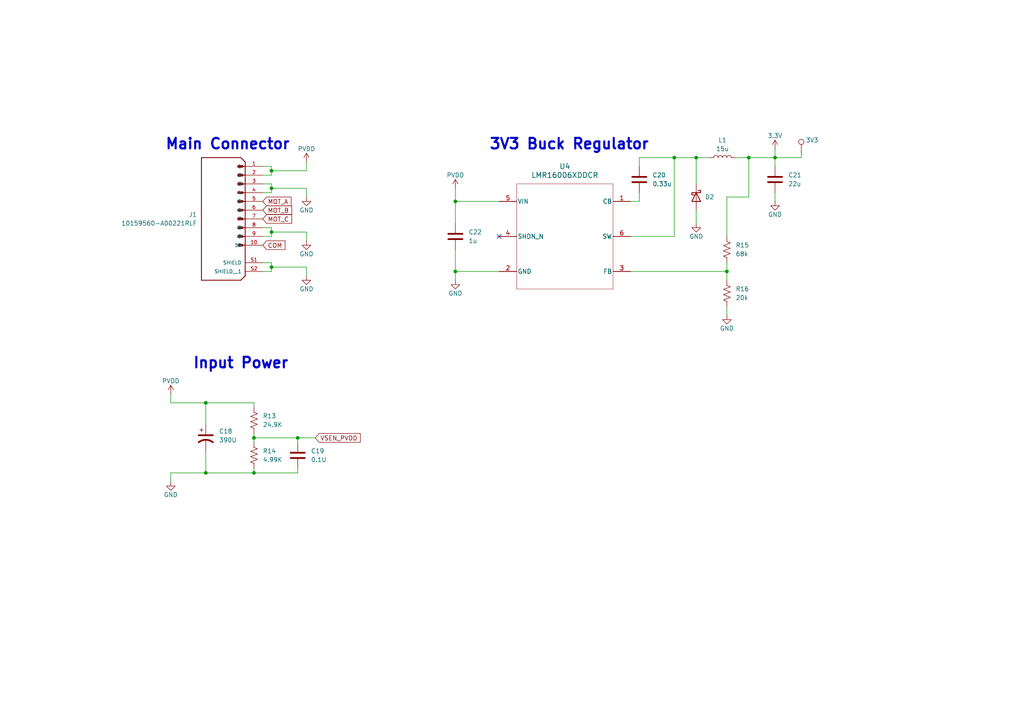
<source format=kicad_sch>
(kicad_sch (version 20231120) (generator "eeschema") (generator_version "8.0")
  (paper "A4")
  (title_block (title "Easy ESC") (date "2024-08-06") (rev "1.0") (company "Buckley Boards "))
  (lib_symbols
    (symbol "Connector:TestPoint" (pin_numbers hide) (pin_names (offset 0.762) hide)
      (property "Reference" "TP" (at 0 6.858 0))
      (property "Value" "TestPoint" (at 0 5.08 0))
      (symbol "TestPoint_0_1"
        (circle (center 0 3.302) (radius 0.762))
      )
      (symbol "TestPoint_1_1"
        (pin passive line (at 0 0 90) (length 2.54) (name "1") (number "1"))
      )
    )
    (symbol "Connectors:10159560-A00221RLF" (pin_names (offset 1.016))
      (property "Reference" "J" (at 0 16.51 0))
      (property "Value" "10159560-A00221RLF" (at 0 -22.86 0))
      (symbol "10159560-A00221RLF_0_0"
        (polyline (pts (xy 0 -19.05) (xy 1.27 -20.32)) (stroke (width 0.254)))
        (polyline (pts (xy 0 -10.16) (xy 1.905 -10.16)) (stroke (width 0.254)))
        (polyline (pts (xy 0 -7.62) (xy 1.905 -7.62)) (stroke (width 0.254)))
        (polyline (pts (xy 0 -5.08) (xy 1.905 -5.08)) (stroke (width 0.254)))
        (polyline (pts (xy 0 -2.54) (xy 1.905 -2.54)) (stroke (width 0.254)))
        (polyline (pts (xy 0 0) (xy 1.905 0)) (stroke (width 0.254)))
        (polyline (pts (xy 0 2.54) (xy 1.905 2.54)) (stroke (width 0.254)))
        (polyline (pts (xy 0 5.08) (xy 1.905 5.08)) (stroke (width 0.254)))
        (polyline (pts (xy 0 7.62) (xy 1.905 7.62)) (stroke (width 0.254)))
        (polyline (pts (xy 0 10.16) (xy 1.905 10.16)) (stroke (width 0.254)))
        (polyline (pts (xy 0 12.7) (xy 0 -19.05)) (stroke (width 0.254)))
        (polyline (pts (xy 0 12.7) (xy 1.905 12.7)) (stroke (width 0.254)))
        (polyline (pts (xy 0 13.97) (xy 0 12.7)) (stroke (width 0.254)))
        (polyline (pts (xy 0 13.97) (xy 1.27 15.24)) (stroke (width 0.254)))
        (polyline (pts (xy 1.27 -20.32) (xy 12.7 -20.32)) (stroke (width 0.254)))
        (polyline (pts (xy 12.7 -20.32) (xy 12.7 15.24)) (stroke (width 0.254)))
        (polyline (pts (xy 12.7 15.24) (xy 1.27 15.24)) (stroke (width 0.254)))
        (rectangle (start 0.635 -10.4775) (end 2.2225 -9.8425) (stroke (width 0.1)) (fill (type outline)))
        (rectangle (start 0.635 -7.9375) (end 2.2225 -7.3025) (stroke (width 0.1)) (fill (type outline)))
        (rectangle (start 0.635 -5.3975) (end 2.2225 -4.7625) (stroke (width 0.1)) (fill (type outline)))
        (rectangle (start 0.635 -2.8575) (end 2.2225 -2.2225) (stroke (width 0.1)) (fill (type outline)))
        (rectangle (start 0.635 -0.3175) (end 2.2225 0.3175) (stroke (width 0.1)) (fill (type outline)))
        (rectangle (start 0.635 2.2225) (end 2.2225 2.8575) (stroke (width 0.1)) (fill (type outline)))
        (rectangle (start 0.635 4.7625) (end 2.2225 5.3975) (stroke (width 0.1)) (fill (type outline)))
        (rectangle (start 0.635 7.3025) (end 2.2225 7.9375) (stroke (width 0.1)) (fill (type outline)))
        (rectangle (start 0.635 9.8425) (end 2.2225 10.4775) (stroke (width 0.1)) (fill (type outline)))
        (rectangle (start 0.635 12.3825) (end 2.2225 13.0175) (stroke (width 0.1)) (fill (type outline)))
        (pin power_in line (at -5.08 12.7 0) (length 5.08) (name "1") (number "1"))
        (pin power_in line (at -5.08 -10.16 0) (length 5.08) (name "10") (number "10"))
        (pin power_in line (at -5.08 10.16 0) (length 5.08) (name "2") (number "2"))
        (pin power_in line (at -5.08 7.62 0) (length 5.08) (name "3") (number "3"))
        (pin power_in line (at -5.08 5.08 0) (length 5.08) (name "4") (number "4"))
        (pin power_in line (at -5.08 2.54 0) (length 5.08) (name "5") (number "5"))
        (pin power_in line (at -5.08 0 0) (length 5.08) (name "6") (number "6"))
        (pin power_in line (at -5.08 -2.54 0) (length 5.08) (name "7") (number "7"))
        (pin power_in line (at -5.08 -5.08 0) (length 5.08) (name "8") (number "8"))
        (pin power_in line (at -5.08 -7.62 0) (length 5.08) (name "9") (number "9"))
        (pin passive line (at -5.08 -15.24 0) (length 5.08) (name "SHIELD") (number "S1"))
        (pin passive line (at -5.08 -17.78 0) (length 5.08) (name "SHIELD__1") (number "S2"))
      )
    )
    (symbol "Device:C" (pin_numbers hide) (pin_names (offset 0.254))
      (property "Reference" "C" (at 0.635 2.54 0))
      (property "Value" "C" (at 0.635 -2.54 0))
      (symbol "C_0_1"
        (polyline (pts (xy -2.032 -0.762) (xy 2.032 -0.762)) (stroke (width 0.508)))
        (polyline (pts (xy -2.032 0.762) (xy 2.032 0.762)) (stroke (width 0.508)))
      )
      (symbol "C_1_1"
        (pin passive line (at 0 3.81 270) (length 2.794) (name "~") (number "1"))
        (pin passive line (at 0 -3.81 90) (length 2.794) (name "~") (number "2"))
      )
    )
    (symbol "Device:C_Polarized_US" (pin_numbers hide) (pin_names (offset 0.254) hide)
      (property "Reference" "C" (at 0.635 2.54 0))
      (property "Value" "C_Polarized_US" (at 0.635 -2.54 0))
      (symbol "C_Polarized_US_0_1"
        (polyline (pts (xy -2.032 0.762) (xy 2.032 0.762)) (stroke (width 0.508)))
        (polyline (pts (xy -1.778 2.286) (xy -0.762 2.286)))
        (polyline (pts (xy -1.27 1.778) (xy -1.27 2.794)))
        (arc (start 2.032 -1.27) (mid 0 -0.5572) (end -2.032 -1.27) (stroke (width 0.508)))
      )
      (symbol "C_Polarized_US_1_1"
        (pin passive line (at 0 3.81 270) (length 2.794) (name "~") (number "1"))
        (pin passive line (at 0 -3.81 90) (length 3.302) (name "~") (number "2"))
      )
    )
    (symbol "Device:D_Schottky" (pin_numbers hide) (pin_names (offset 1.016) hide)
      (property "Reference" "D" (at 0 2.54 0))
      (property "Value" "D_Schottky" (at 0 -2.54 0))
      (symbol "D_Schottky_0_1"
        (polyline (pts (xy 1.27 0) (xy -1.27 0)))
        (polyline (pts (xy 1.27 1.27) (xy 1.27 -1.27) (xy -1.27 0) (xy 1.27 1.27)) (stroke (width 0.254)))
        (polyline (pts (xy -1.905 0.635) (xy -1.905 1.27) (xy -1.27 1.27) (xy -1.27 -1.27) (xy -0.635 -1.27) (xy -0.635 -0.635)) (stroke (width 0.254)))
      )
      (symbol "D_Schottky_1_1"
        (pin passive line (at -3.81 0 0) (length 2.54) (name "K") (number "1"))
        (pin passive line (at 3.81 0 180) (length 2.54) (name "A") (number "2"))
      )
    )
    (symbol "Device:L" (pin_numbers hide) (pin_names (offset 1.016) hide)
      (property "Reference" "L" (at -1.27 0 90))
      (property "Value" "L" (at 1.905 0 90))
      (symbol "L_0_1"
        (arc (start 0 -2.54) (mid 0.6323 -1.905) (end 0 -1.27))
        (arc (start 0 -1.27) (mid 0.6323 -0.635) (end 0 0))
        (arc (start 0 0) (mid 0.6323 0.635) (end 0 1.27))
        (arc (start 0 1.27) (mid 0.6323 1.905) (end 0 2.54))
      )
      (symbol "L_1_1"
        (pin passive line (at 0 3.81 270) (length 1.27) (name "1") (number "1"))
        (pin passive line (at 0 -3.81 90) (length 1.27) (name "2") (number "2"))
      )
    )
    (symbol "Device:R_US" (pin_numbers hide) (pin_names (offset 0))
      (property "Reference" "R" (at 2.54 0 90))
      (property "Value" "R_US" (at -2.54 0 90))
      (symbol "R_US_0_1"
        (polyline (pts (xy 0 -2.286) (xy 0 -2.54)))
        (polyline (pts (xy 0 2.286) (xy 0 2.54)))
        (polyline (pts (xy 0 -0.762) (xy 1.016 -1.143) (xy 0 -1.524) (xy -1.016 -1.905) (xy 0 -2.286)))
        (polyline (pts (xy 0 0.762) (xy 1.016 0.381) (xy 0 0) (xy -1.016 -0.381) (xy 0 -0.762)))
        (polyline (pts (xy 0 2.286) (xy 1.016 1.905) (xy 0 1.524) (xy -1.016 1.143) (xy 0 0.762)))
      )
      (symbol "R_US_1_1"
        (pin passive line (at 0 3.81 270) (length 1.27) (name "~") (number "1"))
        (pin passive line (at 0 -3.81 90) (length 1.27) (name "~") (number "2"))
      )
    )
    (symbol "LMR16006XDDCR:LMR16006XDDCR" (pin_names (offset 0.254))
      (property "Reference" "U" (at 0 2.54 0))
      (property "Value" "LMR16006XDDCR" (at 0 0 0))
      (symbol "LMR16006XDDCR_0_1"
        (polyline (pts (xy -12.7 -15.24) (xy 15.24 -15.24)) (stroke (width 0.1016)))
        (polyline (pts (xy -12.7 15.24) (xy -12.7 -15.24)) (stroke (width 0.1016)))
        (polyline (pts (xy 15.24 -15.24) (xy 15.24 15.24)) (stroke (width 0.1016)))
        (polyline (pts (xy 15.24 15.24) (xy -12.7 15.24)) (stroke (width 0.1016)))
        (pin output line (at 20.32 10.16 180) (length 5.08) (name "CB") (number "1"))
        (pin power_in line (at -17.78 -10.16 0) (length 5.08) (name "GND") (number "2"))
        (pin input line (at 20.32 -10.16 180) (length 5.08) (name "FB") (number "3"))
        (pin input line (at -17.78 0 0) (length 5.08) (name "SHDN_N") (number "4"))
        (pin power_in line (at -17.78 10.16 0) (length 5.08) (name "VIN") (number "5"))
        (pin power_in line (at 20.32 0 180) (length 5.08) (name "SW") (number "6"))
      )
    )
    (symbol "power:GND" (power) (pin_numbers hide) (pin_names (offset 0) hide)
      (property "Value" "GND" (at 0 -3.81 0))
      (symbol "GND_0_1"
        (polyline (pts (xy 0 0) (xy 0 -1.27) (xy 1.27 -1.27) (xy 0 -2.54) (xy -1.27 -1.27) (xy 0 -1.27)))
      )
      (symbol "GND_1_1"
        (pin power_in line (at 0 0 270) (length 0) (name "~") (number "1"))
      )
    )
    (symbol "power:VDC" (power) (pin_numbers hide) (pin_names (offset 0) hide)
      (property "Value" "VDC" (at 0 3.556 0))
      (symbol "VDC_0_1"
        (polyline (pts (xy -0.762 1.27) (xy 0 2.54)))
        (polyline (pts (xy 0 0) (xy 0 2.54)))
        (polyline (pts (xy 0 2.54) (xy 0.762 1.27)))
      )
      (symbol "VDC_1_1"
        (pin power_in line (at 0 0 90) (length 0) (name "~") (number "1"))
      )
    )
  )
  (junction (at 217.17 45.72))
  (junction (at 86.36 127))
  (junction (at 73.66 127))
  (junction (at 78.74 67.31))
  (junction (at 132.08 58.42))
  (junction (at 132.08 78.74))
  (junction (at 73.66 137.16))
  (junction (at 78.74 77.47))
  (junction (at 59.69 116.84))
  (junction (at 210.82 78.74))
  (junction (at 78.74 49.53))
  (junction (at 195.58 45.72))
  (junction (at 224.79 45.72))
  (junction (at 78.74 54.61))
  (junction (at 59.69 137.16))
  (junction (at 201.93 45.72))
  (no_connect (at 144.78 68.58))
  (wire (pts (xy 217.17 57.15) (xy 210.82 57.15)))
  (wire (pts (xy 185.42 58.42) (xy 185.42 55.88)))
  (wire (pts (xy 78.74 68.58) (xy 76.2 68.58)))
  (wire (pts (xy 217.17 45.72) (xy 217.17 57.15)))
  (wire (pts (xy 78.74 54.61) (xy 88.9 54.61)))
  (wire (pts (xy 210.82 76.2) (xy 210.82 78.74)))
  (wire (pts (xy 182.88 68.58) (xy 195.58 68.58)))
  (wire (pts (xy 88.9 46.99) (xy 88.9 49.53)))
  (wire (pts (xy 78.74 78.74) (xy 76.2 78.74)))
  (wire (pts (xy 185.42 45.72) (xy 195.58 45.72)))
  (wire (pts (xy 49.53 114.3) (xy 49.53 116.84)))
  (wire (pts (xy 132.08 64.77) (xy 132.08 58.42)))
  (wire (pts (xy 73.66 116.84) (xy 59.69 116.84)))
  (wire (pts (xy 224.79 43.18) (xy 224.79 45.72)))
  (wire (pts (xy 86.36 127) (xy 91.44 127)))
  (wire (pts (xy 132.08 78.74) (xy 144.78 78.74)))
  (wire (pts (xy 76.2 76.2) (xy 78.74 76.2)))
  (wire (pts (xy 76.2 50.8) (xy 78.74 50.8)))
  (wire (pts (xy 76.2 55.88) (xy 78.74 55.88)))
  (wire (pts (xy 201.93 60.96) (xy 201.93 64.77)))
  (wire (pts (xy 132.08 72.39) (xy 132.08 78.74)))
  (wire (pts (xy 76.2 66.04) (xy 78.74 66.04)))
  (wire (pts (xy 182.88 78.74) (xy 210.82 78.74)))
  (wire (pts (xy 73.66 127) (xy 73.66 128.27)))
  (wire (pts (xy 232.41 44.45) (xy 232.41 45.72)))
  (wire (pts (xy 86.36 127) (xy 73.66 127)))
  (wire (pts (xy 224.79 45.72) (xy 217.17 45.72)))
  (wire (pts (xy 232.41 45.72) (xy 224.79 45.72)))
  (wire (pts (xy 78.74 50.8) (xy 78.74 49.53)))
  (wire (pts (xy 201.93 45.72) (xy 201.93 53.34)))
  (wire (pts (xy 185.42 48.26) (xy 185.42 45.72)))
  (wire (pts (xy 210.82 78.74) (xy 210.82 81.28)))
  (wire (pts (xy 195.58 45.72) (xy 201.93 45.72)))
  (wire (pts (xy 59.69 130.81) (xy 59.69 137.16)))
  (wire (pts (xy 78.74 54.61) (xy 78.74 53.34)))
  (wire (pts (xy 86.36 135.89) (xy 86.36 137.16)))
  (wire (pts (xy 78.74 67.31) (xy 88.9 67.31)))
  (wire (pts (xy 78.74 53.34) (xy 76.2 53.34)))
  (wire (pts (xy 78.74 77.47) (xy 78.74 78.74)))
  (wire (pts (xy 78.74 55.88) (xy 78.74 54.61)))
  (wire (pts (xy 78.74 66.04) (xy 78.74 67.31)))
  (wire (pts (xy 78.74 49.53) (xy 88.9 49.53)))
  (wire (pts (xy 201.93 45.72) (xy 205.74 45.72)))
  (wire (pts (xy 88.9 77.47) (xy 88.9 80.01)))
  (wire (pts (xy 73.66 118.11) (xy 73.66 116.84)))
  (wire (pts (xy 78.74 76.2) (xy 78.74 77.47)))
  (wire (pts (xy 224.79 55.88) (xy 224.79 58.42)))
  (wire (pts (xy 132.08 78.74) (xy 132.08 81.28)))
  (wire (pts (xy 195.58 68.58) (xy 195.58 45.72)))
  (wire (pts (xy 73.66 137.16) (xy 59.69 137.16)))
  (wire (pts (xy 78.74 77.47) (xy 88.9 77.47)))
  (wire (pts (xy 49.53 137.16) (xy 49.53 139.7)))
  (wire (pts (xy 88.9 67.31) (xy 88.9 69.85)))
  (wire (pts (xy 88.9 54.61) (xy 88.9 57.15)))
  (wire (pts (xy 73.66 125.73) (xy 73.66 127)))
  (wire (pts (xy 49.53 116.84) (xy 59.69 116.84)))
  (wire (pts (xy 132.08 58.42) (xy 132.08 54.61)))
  (wire (pts (xy 210.82 57.15) (xy 210.82 68.58)))
  (wire (pts (xy 73.66 135.89) (xy 73.66 137.16)))
  (wire (pts (xy 213.36 45.72) (xy 217.17 45.72)))
  (wire (pts (xy 78.74 48.26) (xy 76.2 48.26)))
  (wire (pts (xy 210.82 88.9) (xy 210.82 91.44)))
  (wire (pts (xy 49.53 137.16) (xy 59.69 137.16)))
  (wire (pts (xy 132.08 58.42) (xy 144.78 58.42)))
  (wire (pts (xy 86.36 128.27) (xy 86.36 127)))
  (wire (pts (xy 78.74 49.53) (xy 78.74 48.26)))
  (wire (pts (xy 224.79 48.26) (xy 224.79 45.72)))
  (wire (pts (xy 59.69 116.84) (xy 59.69 123.19)))
  (wire (pts (xy 78.74 67.31) (xy 78.74 68.58)))
  (wire (pts (xy 182.88 58.42) (xy 185.42 58.42)))
  (wire (pts (xy 86.36 137.16) (xy 73.66 137.16)))
  (text "Main Connector" (at 66.04 41.91 0) (effects (font (size 3.048 3.048) (bold yes))))
  (text "Input Power" (at 69.85 105.41 0) (effects (font (size 3.048 3.048) (bold yes))))
  (text "3V3 Buck Regulator" (at 165.1 41.91 0) (effects (font (size 3.048 3.048) (bold yes))))
  (global_label "MOT_A" (shape input) (at 76.2 58.42 0) (property "Intersheetrefs" "${INTERSHEET_REFS}" (effects (hide yes))))
  (global_label "COM" (shape input) (at 76.2 71.12 0) (property "Intersheetrefs" "${INTERSHEET_REFS}" (effects (hide yes))))
  (global_label "MOT_B" (shape input) (at 76.2 60.96 0) (property "Intersheetrefs" "${INTERSHEET_REFS}" (effects (hide yes))))
  (global_label "VSEN_PVDD" (shape input) (at 91.44 127 0) (property "Intersheetrefs" "${INTERSHEET_REFS}" (effects (hide yes))))
  (global_label "MOT_C" (shape input) (at 76.2 63.5 0) (property "Intersheetrefs" "${INTERSHEET_REFS}" (effects (hide yes))))
  (symbol (lib_id "power:VDC") (at 132.08 54.61 0) (unit 1)
    (property "Reference" "#PWR052" (effects (hide yes)))
    (property "Value" "PVDD" (at 132.08 50.8 0))
    (property "Description" "Power symbol creates a global label with name \"VDC\"" (effects (hide yes)))
  )
  (symbol (lib_id "Device:C_Polarized_US") (at 59.69 127 0) (unit 1)
    (property "Reference" "C18" (at 63.5 125.0949 0) (effects (justify left)))
    (property "Value" "390U" (at 63.5 127.6349 0) (effects (justify left)))
    (property "Description" "Polarized capacitor, US symbol" (effects (hide yes)))
  )
  (symbol (lib_id "power:VDC") (at 224.79 43.18 0) (unit 1)
    (property "Reference" "#PWR050" (effects (hide yes)))
    (property "Value" "3.3V" (at 224.79 39.37 0))
    (property "Description" "Power symbol creates a global label with name \"VDC\"" (effects (hide yes)))
  )
  (symbol (lib_id "Device:C") (at 132.08 68.58 0) (unit 1)
    (property "Reference" "C22" (at 135.89 67.3099 0) (effects (justify left)))
    (property "Value" "1u" (at 135.89 69.8499 0) (effects (justify left)))
    (property "Description" "Unpolarized capacitor" (effects (hide yes)))
  )
  (symbol (lib_id "power:GND") (at 132.08 81.28 0) (unit 1)
    (property "Reference" "#PWR047" (effects (hide yes)))
    (property "Value" "GND" (at 132.08 85.09 0))
    (property "Description" "Power symbol creates a global label with name \"GND\" , ground" (effects (hide yes)))
  )
  (symbol (lib_id "Connectors:10159560-A00221RLF") (at 71.12 60.96 0) (mirror y) (unit 1)
    (property "Reference" "J1" (at 57.15 62.2299 0) (effects (justify left)))
    (property "Value" "10159560-A00221RLF" (at 57.15 64.7699 0) (effects (justify left)))
    (property "Footprint" "10159560-A00221RLF:AMPHENOL_10159560-A00221RLF" (effects (hide yes)))
    (property "PARTREV" "C" (effects (hide yes)))
    (property "STANDARD" "Manufacturer Recommendations" (effects (hide yes)))
    (property "MAXIMUM_PACKAGE_HEIGHT" "5.70mm" (effects (hide yes)))
    (property "MANUFACTURER" "Amphenol ICC" (effects (hide yes)))
  )
  (symbol (lib_id "Connector:TestPoint") (at 232.41 44.45 0) (unit 1)
    (property "Reference" "3V3" (at 233.68 40.64 0) (effects (justify left)))
    (property "Value" "TestPoint" (effects (hide yes)))
    (property "Description" "test point" (effects (hide yes)))
  )
  (symbol (lib_id "power:GND") (at 210.82 91.44 0) (unit 1)
    (property "Reference" "#PWR049" (effects (hide yes)))
    (property "Value" "GND" (at 210.82 95.25 0))
    (property "Description" "Power symbol creates a global label with name \"GND\" , ground" (effects (hide yes)))
  )
  (symbol (lib_id "Device:D_Schottky") (at 201.93 57.15 270) (unit 1)
    (property "Reference" "D2" (at 204.47 57.15 90) (effects (justify left)))
    (property "Value" "D_Schottky" (effects (hide yes)))
    (property "Description" "Schottky diode" (effects (hide yes)))
  )
  (symbol (lib_id "Device:C") (at 86.36 132.08 0) (unit 1)
    (property "Reference" "C19" (at 90.17 130.8099 0) (effects (justify left)))
    (property "Value" "0.1U" (at 90.17 133.3499 0) (effects (justify left)))
    (property "Description" "Unpolarized capacitor" (effects (hide yes)))
  )
  (symbol (lib_id "Device:R_US") (at 210.82 85.09 0) (unit 1)
    (property "Reference" "R16" (at 213.36 83.8199 0) (effects (justify left)))
    (property "Value" "20k" (at 213.36 86.3599 0) (effects (justify left)))
    (property "Description" "Resistor, US symbol" (effects (hide yes)))
  )
  (symbol (lib_id "power:VDC") (at 88.9 46.99 0) (unit 1)
    (property "Reference" "#PWR053" (effects (hide yes)))
    (property "Value" "PVDD" (at 88.9 43.18 0))
    (property "Description" "Power symbol creates a global label with name \"VDC\"" (effects (hide yes)))
  )
  (symbol (lib_id "power:GND") (at 224.79 58.42 0) (unit 1)
    (property "Reference" "#PWR051" (effects (hide yes)))
    (property "Value" "GND" (at 224.79 62.23 0))
    (property "Description" "Power symbol creates a global label with name \"GND\" , ground" (effects (hide yes)))
  )
  (symbol (lib_id "Device:L") (at 209.55 45.72 90) (unit 1)
    (property "Reference" "L1" (at 209.55 40.64 90))
    (property "Value" "15u" (at 209.55 43.18 90))
    (property "Description" "Inductor" (effects (hide yes)))
  )
  (symbol (lib_id "power:GND") (at 201.93 64.77 0) (unit 1)
    (property "Reference" "#PWR048" (effects (hide yes)))
    (property "Value" "GND" (at 201.93 68.58 0))
    (property "Description" "Power symbol creates a global label with name \"GND\" , ground" (effects (hide yes)))
  )
  (symbol (lib_id "Device:R_US") (at 73.66 132.08 0) (unit 1)
    (property "Reference" "R14" (at 76.2 130.8099 0) (effects (justify left)))
    (property "Value" "4.99K" (at 76.2 133.3499 0) (effects (justify left)))
    (property "Description" "Resistor, US symbol" (effects (hide yes)))
  )
  (symbol (lib_id "LMR16006XDDCR:LMR16006XDDCR") (at 162.56 68.58 0) (unit 1)
    (property "Reference" "U4" (at 163.83 48.26 0) (effects (font (size 1.524 1.524))))
    (property "Value" "LMR16006XDDCR" (at 163.83 50.8 0) (effects (font (size 1.524 1.524))))
    (property "Footprint" "LMR16006XDDCR:DDC0006A" (effects (hide yes)))
    (property "Datasheet" "LMR16006XDDCR" (effects (hide yes)))
  )
  (symbol (lib_id "power:GND") (at 88.9 80.01 0) (unit 1)
    (property "Reference" "#PWR046" (effects (hide yes)))
    (property "Value" "GND" (at 88.9 83.82 0))
    (property "Description" "Power symbol creates a global label with name \"GND\" , ground" (effects (hide yes)))
  )
  (symbol (lib_id "power:GND") (at 88.9 69.85 0) (unit 1)
    (property "Reference" "#PWR045" (effects (hide yes)))
    (property "Value" "GND" (at 88.9 73.66 0))
    (property "Description" "Power symbol creates a global label with name \"GND\" , ground" (effects (hide yes)))
  )
  (symbol (lib_id "Device:C") (at 185.42 52.07 0) (unit 1)
    (property "Reference" "C20" (at 189.23 50.7999 0) (effects (justify left)))
    (property "Value" "0.33u" (at 189.23 53.3399 0) (effects (justify left)))
    (property "Description" "Unpolarized capacitor" (effects (hide yes)))
  )
  (symbol (lib_id "Device:R_US") (at 210.82 72.39 0) (unit 1)
    (property "Reference" "R15" (at 213.36 71.1199 0) (effects (justify left)))
    (property "Value" "68k" (at 213.36 73.6599 0) (effects (justify left)))
    (property "Description" "Resistor, US symbol" (effects (hide yes)))
  )
  (symbol (lib_id "Device:R_US") (at 73.66 121.92 0) (unit 1)
    (property "Reference" "R13" (at 76.2 120.6499 0) (effects (justify left)))
    (property "Value" "24.9K" (at 76.2 123.1899 0) (effects (justify left)))
    (property "Description" "Resistor, US symbol" (effects (hide yes)))
  )
  (symbol (lib_id "power:VDC") (at 49.53 114.3 0) (mirror y) (unit 1)
    (property "Reference" "#PWR054" (effects (hide yes)))
    (property "Value" "PVDD" (at 49.53 110.49 0))
    (property "Description" "Power symbol creates a global label with name \"VDC\"" (effects (hide yes)))
  )
  (symbol (lib_id "power:GND") (at 49.53 139.7 0) (mirror y) (unit 1)
    (property "Reference" "#PWR055" (effects (hide yes)))
    (property "Value" "GND" (at 49.53 143.51 0))
    (property "Description" "Power symbol creates a global label with name \"GND\" , ground" (effects (hide yes)))
  )
  (symbol (lib_id "power:GND") (at 88.9 57.15 0) (unit 1)
    (property "Reference" "#PWR044" (effects (hide yes)))
    (property "Value" "GND" (at 88.9 60.96 0))
    (property "Description" "Power symbol creates a global label with name \"GND\" , ground" (effects (hide yes)))
  )
  (symbol (lib_id "Device:C") (at 224.79 52.07 0) (unit 1)
    (property "Reference" "C21" (at 228.6 50.7999 0) (effects (justify left)))
    (property "Value" "22u" (at 228.6 53.3399 0) (effects (justify left)))
    (property "Description" "Unpolarized capacitor" (effects (hide yes)))
  )
)
</source>
